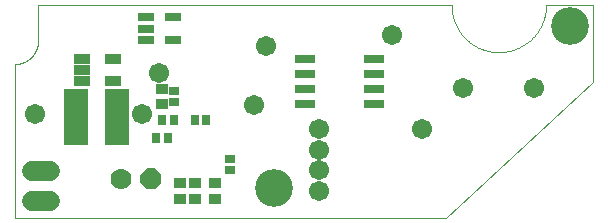
<source format=gbs>
G04 EAGLE Gerber RS-274X export*
G75*
%MOMM*%
%FSLAX35Y35*%
%LPD*%
%INsolder_mask_bottom*%
%IPPOS*%
%AMOC8*
5,1,8,0,0,1.08239X$1,22.5*%
G01*
%ADD10C,0.010000*%
%ADD11C,1.727200*%
%ADD12R,1.753200X0.803200*%
%ADD13R,1.423200X0.823200*%
%ADD14R,1.103200X0.903200*%
%ADD15R,0.803200X0.903200*%
%ADD16R,0.903200X0.803200*%
%ADD17C,1.778000*%
%ADD18P,1.924489X8X22.500000*%
%ADD19R,2.103200X4.703200*%
%ADD20R,1.403200X0.803200*%
%ADD21C,3.203200*%
%ADD22C,1.703200*%


D10*
X0Y0D02*
X3650000Y0D01*
X4900000Y1150000D02*
X4900000Y1800000D01*
X4500000Y1800000D01*
X3700000Y1800000D02*
X200000Y1800000D01*
X0Y1300000D02*
X0Y0D01*
X3650000Y0D02*
X4900000Y1150000D01*
X4500000Y1800000D02*
X4499881Y1790260D01*
X4499526Y1780525D01*
X4498933Y1770802D01*
X4498104Y1761096D01*
X4497038Y1751413D01*
X4495737Y1741760D01*
X4494202Y1732140D01*
X4492432Y1722561D01*
X4490430Y1713028D01*
X4488197Y1703546D01*
X4485733Y1694122D01*
X4483040Y1684760D01*
X4480120Y1675467D01*
X4476975Y1666248D01*
X4473606Y1657108D01*
X4470016Y1648052D01*
X4466206Y1639087D01*
X4462179Y1630217D01*
X4457938Y1621448D01*
X4453483Y1612785D01*
X4448820Y1604233D01*
X4443949Y1595797D01*
X4438875Y1587482D01*
X4433599Y1579293D01*
X4428126Y1571235D01*
X4422458Y1563313D01*
X4416599Y1555531D01*
X4410552Y1547894D01*
X4404320Y1540406D01*
X4397909Y1533072D01*
X4391321Y1525897D01*
X4384560Y1518885D01*
X4377630Y1512039D01*
X4370535Y1505363D01*
X4363280Y1498863D01*
X4355869Y1492541D01*
X4348306Y1486402D01*
X4340596Y1480448D01*
X4332744Y1474684D01*
X4324753Y1469113D01*
X4316629Y1463738D01*
X4308376Y1458563D01*
X4300000Y1453590D01*
X4291505Y1448822D01*
X4282897Y1444263D01*
X4274180Y1439915D01*
X4265360Y1435780D01*
X4256442Y1431862D01*
X4247431Y1428161D01*
X4238333Y1424681D01*
X4229152Y1421424D01*
X4219895Y1418391D01*
X4210567Y1415585D01*
X4201173Y1413007D01*
X4191720Y1410658D01*
X4182212Y1408540D01*
X4172655Y1406654D01*
X4163055Y1405001D01*
X4153417Y1403583D01*
X4143748Y1402400D01*
X4134054Y1401452D01*
X4124338Y1400741D01*
X4114609Y1400267D01*
X4104871Y1400030D01*
X4095129Y1400030D01*
X4085391Y1400267D01*
X4075662Y1400741D01*
X4065946Y1401452D01*
X4056252Y1402400D01*
X4046583Y1403583D01*
X4036945Y1405001D01*
X4027345Y1406654D01*
X4017788Y1408540D01*
X4008280Y1410658D01*
X3998827Y1413007D01*
X3989433Y1415585D01*
X3980105Y1418391D01*
X3970848Y1421424D01*
X3961667Y1424681D01*
X3952569Y1428161D01*
X3943558Y1431862D01*
X3934640Y1435780D01*
X3925820Y1439915D01*
X3917103Y1444263D01*
X3908495Y1448822D01*
X3900000Y1453590D01*
X3891624Y1458563D01*
X3883371Y1463738D01*
X3875247Y1469113D01*
X3867256Y1474684D01*
X3859404Y1480448D01*
X3851694Y1486402D01*
X3844131Y1492541D01*
X3836720Y1498863D01*
X3829465Y1505363D01*
X3822370Y1512039D01*
X3815440Y1518885D01*
X3808679Y1525897D01*
X3802091Y1533072D01*
X3795680Y1540406D01*
X3789448Y1547894D01*
X3783401Y1555531D01*
X3777542Y1563313D01*
X3771874Y1571235D01*
X3766401Y1579293D01*
X3761125Y1587482D01*
X3756051Y1595797D01*
X3751180Y1604233D01*
X3746517Y1612785D01*
X3742062Y1621448D01*
X3737821Y1630217D01*
X3733794Y1639087D01*
X3729984Y1648052D01*
X3726394Y1657108D01*
X3723025Y1666248D01*
X3719880Y1675467D01*
X3716960Y1684760D01*
X3714267Y1694122D01*
X3711803Y1703546D01*
X3709570Y1713028D01*
X3707568Y1722561D01*
X3705798Y1732140D01*
X3704263Y1741760D01*
X3702962Y1751413D01*
X3701896Y1761096D01*
X3701067Y1770802D01*
X3700474Y1780525D01*
X3700119Y1790260D01*
X3700000Y1800000D01*
X200000Y1800000D02*
X200000Y1500000D01*
X199942Y1495167D01*
X199766Y1490337D01*
X199475Y1485513D01*
X199066Y1480697D01*
X198542Y1475893D01*
X197901Y1471102D01*
X197145Y1466329D01*
X196274Y1461575D01*
X195288Y1456843D01*
X194188Y1452137D01*
X192975Y1447459D01*
X191649Y1442811D01*
X190211Y1438197D01*
X188662Y1433618D01*
X187003Y1429079D01*
X185235Y1424581D01*
X183358Y1420127D01*
X181375Y1415720D01*
X179285Y1411362D01*
X177091Y1407055D01*
X174794Y1402803D01*
X172394Y1398608D01*
X169894Y1394472D01*
X167294Y1390397D01*
X164597Y1386387D01*
X161803Y1382443D01*
X158916Y1378567D01*
X155935Y1374763D01*
X152863Y1371032D01*
X149702Y1367375D01*
X146454Y1363797D01*
X143120Y1360298D01*
X139702Y1356880D01*
X136203Y1353546D01*
X132625Y1350298D01*
X128968Y1347137D01*
X125237Y1344065D01*
X121433Y1341084D01*
X117557Y1338197D01*
X113613Y1335403D01*
X109603Y1332706D01*
X105528Y1330106D01*
X101392Y1327606D01*
X97197Y1325206D01*
X92945Y1322909D01*
X88638Y1320715D01*
X84280Y1318625D01*
X79873Y1316642D01*
X75419Y1314765D01*
X70921Y1312997D01*
X66382Y1311338D01*
X61803Y1309789D01*
X57189Y1308351D01*
X52541Y1307025D01*
X47863Y1305812D01*
X43157Y1304712D01*
X38425Y1303726D01*
X33671Y1302855D01*
X28898Y1302099D01*
X24107Y1301458D01*
X19303Y1300934D01*
X14487Y1300525D01*
X9663Y1300234D01*
X4833Y1300058D01*
X0Y1300000D01*
D11*
X146050Y391250D02*
X298450Y391250D01*
X298450Y137250D02*
X146050Y137250D01*
D12*
X3041000Y1340500D03*
X3041000Y1213500D03*
X3041000Y1086500D03*
X3041000Y959500D03*
X2459000Y959500D03*
X2459000Y1086500D03*
X2459000Y1213500D03*
X2459000Y1340500D03*
D13*
X567000Y1154000D03*
X567000Y1249000D03*
X567000Y1344000D03*
X833000Y1346000D03*
X833000Y1156000D03*
D14*
X1700000Y160000D03*
X1700000Y290000D03*
X1525000Y290000D03*
X1525000Y160000D03*
X1400000Y290000D03*
X1400000Y160000D03*
D15*
X1200000Y675000D03*
X1300000Y675000D03*
D16*
X1825000Y400000D03*
X1825000Y500000D03*
D15*
X1625000Y825000D03*
X1525000Y825000D03*
D17*
X898000Y325000D03*
D18*
X1152000Y325000D03*
D14*
X1250000Y1090000D03*
X1250000Y960000D03*
D16*
X1350000Y1075000D03*
X1350000Y975000D03*
D15*
X1250000Y825000D03*
X1350000Y825000D03*
D19*
X870000Y850000D03*
X520000Y850000D03*
D20*
X1110000Y1600000D03*
X1110000Y1505000D03*
X1110000Y1695000D03*
X1340000Y1695000D03*
X1340000Y1505000D03*
D21*
X2200000Y250000D03*
X4700000Y1625000D03*
D22*
X175000Y875000D03*
X3800000Y1100000D03*
X4400000Y1100000D03*
X1075000Y875000D03*
X3200000Y1550000D03*
X3450000Y750000D03*
X2125000Y1450000D03*
X2025000Y950000D03*
X2575000Y225000D03*
X2575000Y400000D03*
X2575000Y750000D03*
X2575000Y575000D03*
X1225000Y1225000D03*
M02*

</source>
